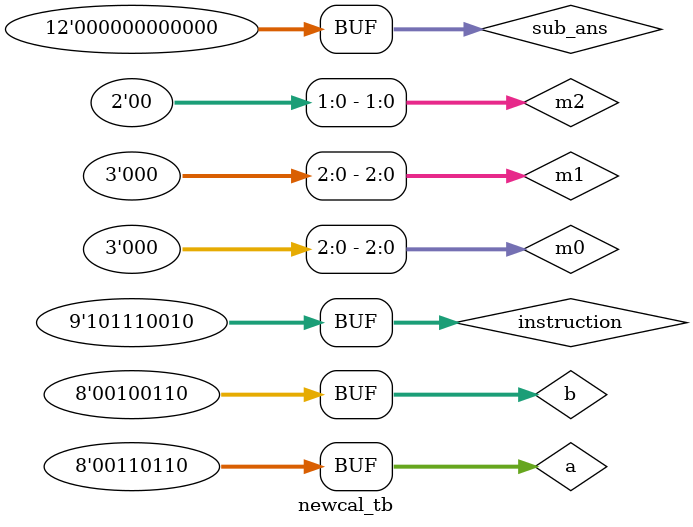
<source format=v>
`timescale 1ns/1ns
module newcal_tb;
reg [8:0] instruction;
wire [3:0] r0, r1, r2, r3, m0, m1, m2, m3, m4, m5, m6, m7, m8, m9, m10, m11, m12, m13, m14, m15;
wire overflow;
newcpu test(.instruction(instruction), .register0(r0), .register1(r1), .register2(r2), .register3(r3),
			.memory0(m0), .memory1(m1), .memory2(m2), .memory3(m3), .memory4(m4), .memory5(m5), .memory6(m6), .memory7(m7),
			.memory8(m8), .memory9(m9), .memory10(m10), .memory11(m11), .memory12(m12), .memory13(m13), .memory14(m14), .memory15(m15), .overflow(overflow));
reg [7:0] a = 54;//0011 0110
reg [7:0] b = 38;//0010 0110
reg [11:0] sub_ans = 0;
initial
begin
instruction=9'b111011000;#10;//54's right 3 number ->#0
instruction=9'b111111001;#10;//38's right 3 number ->#1 need use 'not' so I use 1110 not 0110
instruction=9'b011010010;#10;//~#1->#2 
instruction=9'b111000111;#10;//#3=0001
instruction=9'b000111001;#10;//#3+#2->#1
instruction=9'b000000110;#10;//#0+#1->#2
instruction=9'b101100000;#10;//#2->m#0 m#0=1000

instruction=9'b111011000;#10;//54's middle 3 number ->#0
instruction=9'b111110001;#10;//38's middle 3 number ->#1 nedd use 'not' so I use 1100 not 0100
instruction=9'b011010010;#10;//~#1->#2
instruction=9'b000001011;#10;//#0+#2->#3
instruction=9'b101110001;#10;//#3->m#1 m#1=1010

instruction=9'b111000000;#10;//54's left 2 number ->#0
instruction=9'b111110001;#10;//38's left 2 number ->#1 nedd use 'not' so I use 1100 not 0000
instruction=9'b011010010;#10;//~#1->#2
instruction=9'b000001011;#10;//#0+#2->#3
instruction=9'b101110010;#10;//#3->m#2 

sub_ans = {m2[1:0],m1[2:0],m0[2:0]};

$monitor($time, " %d - %d = %d ", a, b , sub_ans);

end
endmodule

</source>
